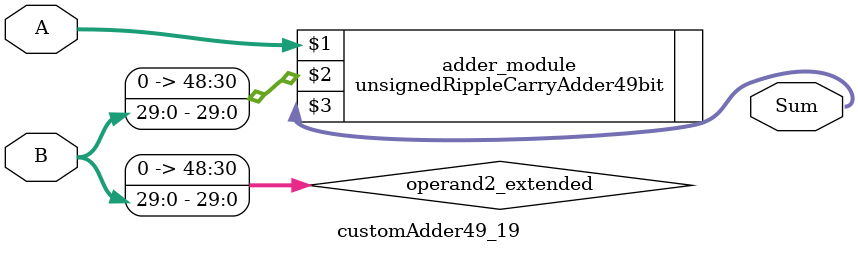
<source format=v>
module customAdder49_19(
                        input [48 : 0] A,
                        input [29 : 0] B,
                        
                        output [49 : 0] Sum
                );

        wire [48 : 0] operand2_extended;
        
        assign operand2_extended =  {19'b0, B};
        
        unsignedRippleCarryAdder49bit adder_module(
            A,
            operand2_extended,
            Sum
        );
        
        endmodule
        
</source>
